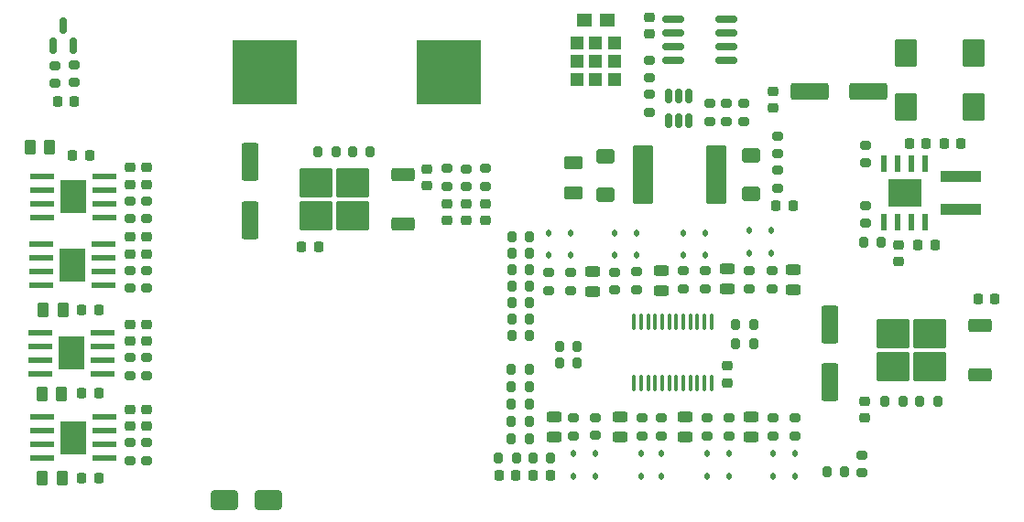
<source format=gbr>
%TF.GenerationSoftware,KiCad,Pcbnew,7.0.2*%
%TF.CreationDate,2023-09-29T20:53:45+02:00*%
%TF.ProjectId,RocciBoard,526f6363-6942-46f6-9172-642e6b696361,rev?*%
%TF.SameCoordinates,Original*%
%TF.FileFunction,Paste,Top*%
%TF.FilePolarity,Positive*%
%FSLAX46Y46*%
G04 Gerber Fmt 4.6, Leading zero omitted, Abs format (unit mm)*
G04 Created by KiCad (PCBNEW 7.0.2) date 2023-09-29 20:53:45*
%MOMM*%
%LPD*%
G01*
G04 APERTURE LIST*
G04 Aperture macros list*
%AMRoundRect*
0 Rectangle with rounded corners*
0 $1 Rounding radius*
0 $2 $3 $4 $5 $6 $7 $8 $9 X,Y pos of 4 corners*
0 Add a 4 corners polygon primitive as box body*
4,1,4,$2,$3,$4,$5,$6,$7,$8,$9,$2,$3,0*
0 Add four circle primitives for the rounded corners*
1,1,$1+$1,$2,$3*
1,1,$1+$1,$4,$5*
1,1,$1+$1,$6,$7*
1,1,$1+$1,$8,$9*
0 Add four rect primitives between the rounded corners*
20,1,$1+$1,$2,$3,$4,$5,0*
20,1,$1+$1,$4,$5,$6,$7,0*
20,1,$1+$1,$6,$7,$8,$9,0*
20,1,$1+$1,$8,$9,$2,$3,0*%
G04 Aperture macros list end*
%ADD10RoundRect,0.250000X1.000000X0.650000X-1.000000X0.650000X-1.000000X-0.650000X1.000000X-0.650000X0*%
%ADD11RoundRect,0.250000X0.850000X0.350000X-0.850000X0.350000X-0.850000X-0.350000X0.850000X-0.350000X0*%
%ADD12RoundRect,0.250000X1.275000X1.125000X-1.275000X1.125000X-1.275000X-1.125000X1.275000X-1.125000X0*%
%ADD13RoundRect,0.225000X-0.250000X0.225000X-0.250000X-0.225000X0.250000X-0.225000X0.250000X0.225000X0*%
%ADD14RoundRect,0.225000X-0.225000X-0.250000X0.225000X-0.250000X0.225000X0.250000X-0.225000X0.250000X0*%
%ADD15RoundRect,0.112500X-0.112500X0.187500X-0.112500X-0.187500X0.112500X-0.187500X0.112500X0.187500X0*%
%ADD16RoundRect,0.200000X0.275000X-0.200000X0.275000X0.200000X-0.275000X0.200000X-0.275000X-0.200000X0*%
%ADD17R,3.700000X1.100000*%
%ADD18RoundRect,0.250000X0.787500X1.025000X-0.787500X1.025000X-0.787500X-1.025000X0.787500X-1.025000X0*%
%ADD19RoundRect,0.100000X-0.100000X0.637500X-0.100000X-0.637500X0.100000X-0.637500X0.100000X0.637500X0*%
%ADD20RoundRect,0.200000X0.200000X0.275000X-0.200000X0.275000X-0.200000X-0.275000X0.200000X-0.275000X0*%
%ADD21RoundRect,0.150000X0.150000X-0.512500X0.150000X0.512500X-0.150000X0.512500X-0.150000X-0.512500X0*%
%ADD22RoundRect,0.112500X0.112500X-0.187500X0.112500X0.187500X-0.112500X0.187500X-0.112500X-0.187500X0*%
%ADD23RoundRect,0.200000X-0.275000X0.200000X-0.275000X-0.200000X0.275000X-0.200000X0.275000X0.200000X0*%
%ADD24RoundRect,0.250000X-0.550000X1.500000X-0.550000X-1.500000X0.550000X-1.500000X0.550000X1.500000X0*%
%ADD25RoundRect,0.218750X0.256250X-0.218750X0.256250X0.218750X-0.256250X0.218750X-0.256250X-0.218750X0*%
%ADD26RoundRect,0.218750X-0.256250X0.218750X-0.256250X-0.218750X0.256250X-0.218750X0.256250X0.218750X0*%
%ADD27RoundRect,0.200000X-0.200000X-0.275000X0.200000X-0.275000X0.200000X0.275000X-0.200000X0.275000X0*%
%ADD28RoundRect,0.250000X0.712500X2.475000X-0.712500X2.475000X-0.712500X-2.475000X0.712500X-2.475000X0*%
%ADD29RoundRect,0.250000X-0.262500X-0.450000X0.262500X-0.450000X0.262500X0.450000X-0.262500X0.450000X0*%
%ADD30RoundRect,0.243750X-0.456250X0.243750X-0.456250X-0.243750X0.456250X-0.243750X0.456250X0.243750X0*%
%ADD31RoundRect,0.218750X-0.218750X-0.256250X0.218750X-0.256250X0.218750X0.256250X-0.218750X0.256250X0*%
%ADD32RoundRect,0.243750X0.456250X-0.243750X0.456250X0.243750X-0.456250X0.243750X-0.456250X-0.243750X0*%
%ADD33RoundRect,0.225000X0.250000X-0.225000X0.250000X0.225000X-0.250000X0.225000X-0.250000X-0.225000X0*%
%ADD34RoundRect,0.250000X-0.600000X0.400000X-0.600000X-0.400000X0.600000X-0.400000X0.600000X0.400000X0*%
%ADD35RoundRect,0.225000X0.225000X0.250000X-0.225000X0.250000X-0.225000X-0.250000X0.225000X-0.250000X0*%
%ADD36R,1.250000X1.200000*%
%ADD37R,1.400000X1.270000*%
%ADD38RoundRect,0.250000X0.600000X-0.400000X0.600000X0.400000X-0.600000X0.400000X-0.600000X-0.400000X0*%
%ADD39R,2.400000X3.100000*%
%ADD40R,2.200000X0.500000*%
%ADD41RoundRect,0.150000X-0.825000X-0.150000X0.825000X-0.150000X0.825000X0.150000X-0.825000X0.150000X0*%
%ADD42RoundRect,0.250000X0.625000X-0.375000X0.625000X0.375000X-0.625000X0.375000X-0.625000X-0.375000X0*%
%ADD43RoundRect,0.250000X0.550000X-1.500000X0.550000X1.500000X-0.550000X1.500000X-0.550000X-1.500000X0*%
%ADD44RoundRect,0.250000X1.500000X0.550000X-1.500000X0.550000X-1.500000X-0.550000X1.500000X-0.550000X0*%
%ADD45RoundRect,0.150000X0.150000X-0.587500X0.150000X0.587500X-0.150000X0.587500X-0.150000X-0.587500X0*%
%ADD46R,6.000000X6.000000*%
%ADD47R,3.100000X2.600000*%
%ADD48R,0.600000X1.550000*%
G04 APERTURE END LIST*
D10*
%TO.C,D3*%
X143573000Y-127889000D03*
X139573000Y-127889000D03*
%TD*%
D11*
%TO.C,U2*%
X209348000Y-116279000D03*
D12*
X204723000Y-115524000D03*
X204723000Y-112474000D03*
X201373000Y-115524000D03*
X201373000Y-112474000D03*
D11*
X209348000Y-111719000D03*
%TD*%
D13*
%TO.C,C7*%
X201834000Y-104295000D03*
X201834000Y-105845000D03*
%TD*%
D14*
%TO.C,C19*%
X168103000Y-125624000D03*
X169653000Y-125624000D03*
%TD*%
D15*
%TO.C,D11*%
X169544500Y-103154500D03*
X169544500Y-105254500D03*
%TD*%
D16*
%TO.C,R59*%
X130850000Y-108281000D03*
X130850000Y-106631000D03*
%TD*%
D17*
%TO.C,L1*%
X207634000Y-100970000D03*
X207634000Y-97970000D03*
%TD*%
D18*
%TO.C,C4*%
X208746500Y-86470000D03*
X202521500Y-86470000D03*
%TD*%
D19*
%TO.C,U5*%
X184549500Y-111371000D03*
X183899500Y-111371000D03*
X183249500Y-111371000D03*
X182599500Y-111371000D03*
X181949500Y-111371000D03*
X181299500Y-111371000D03*
X180649500Y-111371000D03*
X179999500Y-111371000D03*
X179349500Y-111371000D03*
X178699500Y-111371000D03*
X178049500Y-111371000D03*
X177399500Y-111371000D03*
X177399500Y-117096000D03*
X178049500Y-117096000D03*
X178699500Y-117096000D03*
X179349500Y-117096000D03*
X179999500Y-117096000D03*
X180649500Y-117096000D03*
X181299500Y-117096000D03*
X181949500Y-117096000D03*
X182599500Y-117096000D03*
X183249500Y-117096000D03*
X183899500Y-117096000D03*
X184549500Y-117096000D03*
%TD*%
D20*
%TO.C,R34*%
X167749500Y-103548500D03*
X166099500Y-103548500D03*
%TD*%
%TO.C,R3*%
X167749500Y-112692500D03*
X166099500Y-112692500D03*
%TD*%
D13*
%TO.C,C10*%
X198728000Y-118749000D03*
X198728000Y-120299000D03*
%TD*%
D21*
%TO.C,U4*%
X180558000Y-92760000D03*
X181508000Y-92760000D03*
X182458000Y-92760000D03*
X182458000Y-90485000D03*
X181508000Y-90485000D03*
X180558000Y-90485000D03*
%TD*%
D22*
%TO.C,D25*%
X184164000Y-125716000D03*
X184164000Y-123616000D03*
%TD*%
D23*
%TO.C,R62*%
X192292000Y-120319000D03*
X192292000Y-121969000D03*
%TD*%
D20*
%TO.C,R50*%
X167703000Y-122224000D03*
X166053000Y-122224000D03*
%TD*%
D16*
%TO.C,R22*%
X177672500Y-108410000D03*
X177672500Y-106760000D03*
%TD*%
D24*
%TO.C,C14*%
X141884400Y-96614000D03*
X141884400Y-102014000D03*
%TD*%
D25*
%TO.C,D18*%
X132374000Y-113211500D03*
X132374000Y-111636500D03*
%TD*%
D16*
%TO.C,R7*%
X198834000Y-102295000D03*
X198834000Y-100645000D03*
%TD*%
D26*
%TO.C,D23*%
X130850000Y-97100000D03*
X130850000Y-98675000D03*
%TD*%
%TO.C,D6*%
X160078000Y-100436500D03*
X160078000Y-102011500D03*
%TD*%
D27*
%TO.C,R5*%
X198609000Y-104070000D03*
X200259000Y-104070000D03*
%TD*%
D23*
%TO.C,R6*%
X198834000Y-95045000D03*
X198834000Y-96695000D03*
%TD*%
D14*
%TO.C,C3*%
X203659000Y-104270000D03*
X205209000Y-104270000D03*
%TD*%
D28*
%TO.C,F9*%
X185003000Y-97774000D03*
X178228000Y-97774000D03*
%TD*%
D29*
%TO.C,R45*%
X122659000Y-118086500D03*
X124484000Y-118086500D03*
%TD*%
D16*
%TO.C,R11*%
X181990500Y-108317500D03*
X181990500Y-106667500D03*
%TD*%
D22*
%TO.C,D30*%
X192292000Y-125716000D03*
X192292000Y-123616000D03*
%TD*%
D15*
%TO.C,D9*%
X175640500Y-103154500D03*
X175640500Y-105254500D03*
%TD*%
D14*
%TO.C,C20*%
X164903000Y-125624000D03*
X166453000Y-125624000D03*
%TD*%
D30*
%TO.C,F7*%
X176148500Y-120206500D03*
X176148500Y-122081500D03*
%TD*%
D31*
%TO.C,D17*%
X124090500Y-91024000D03*
X125665500Y-91024000D03*
%TD*%
D26*
%TO.C,D19*%
X130850000Y-111636500D03*
X130850000Y-113211500D03*
%TD*%
D23*
%TO.C,R29*%
X198478000Y-123719000D03*
X198478000Y-125369000D03*
%TD*%
D29*
%TO.C,R37*%
X122715500Y-125904000D03*
X124540500Y-125904000D03*
%TD*%
D25*
%TO.C,D28*%
X132374000Y-105107000D03*
X132374000Y-103532000D03*
%TD*%
D29*
%TO.C,R60*%
X122777000Y-110269500D03*
X124602000Y-110269500D03*
%TD*%
D26*
%TO.C,D14*%
X130810000Y-119500000D03*
X130810000Y-121075000D03*
%TD*%
D20*
%TO.C,R27*%
X167749500Y-106596500D03*
X166099500Y-106596500D03*
%TD*%
%TO.C,R33*%
X167749500Y-105072500D03*
X166099500Y-105072500D03*
%TD*%
D15*
%TO.C,D10*%
X177672500Y-103154500D03*
X177672500Y-105254500D03*
%TD*%
D26*
%TO.C,D7*%
X161878000Y-100436500D03*
X161878000Y-102011500D03*
%TD*%
D15*
%TO.C,D1*%
X188086500Y-102954500D03*
X188086500Y-105054500D03*
%TD*%
D16*
%TO.C,R35*%
X132334000Y-124249000D03*
X132334000Y-122599000D03*
%TD*%
D13*
%TO.C,C22*%
X190278000Y-90049000D03*
X190278000Y-91599000D03*
%TD*%
D16*
%TO.C,R2*%
X188086500Y-108317500D03*
X188086500Y-106667500D03*
%TD*%
D23*
%TO.C,R46*%
X178180500Y-120319000D03*
X178180500Y-121969000D03*
%TD*%
D16*
%TO.C,R65*%
X178780000Y-92002500D03*
X178780000Y-90352500D03*
%TD*%
D20*
%TO.C,R57*%
X167703000Y-119024000D03*
X166053000Y-119024000D03*
%TD*%
D26*
%TO.C,D8*%
X163678000Y-100436500D03*
X163678000Y-102011500D03*
%TD*%
D23*
%TO.C,R13*%
X187568000Y-91199000D03*
X187568000Y-92849000D03*
%TD*%
D32*
%TO.C,F5*%
X173608500Y-108630000D03*
X173608500Y-106755000D03*
%TD*%
D23*
%TO.C,R67*%
X190678000Y-94174000D03*
X190678000Y-95824000D03*
%TD*%
D20*
%TO.C,R24*%
X205477500Y-118744000D03*
X203827500Y-118744000D03*
%TD*%
D16*
%TO.C,R51*%
X132374000Y-101849000D03*
X132374000Y-100199000D03*
%TD*%
D29*
%TO.C,R53*%
X121555500Y-95264000D03*
X123380500Y-95264000D03*
%TD*%
D25*
%TO.C,D22*%
X132374000Y-98675000D03*
X132374000Y-97100000D03*
%TD*%
D16*
%TO.C,R58*%
X132374000Y-108281000D03*
X132374000Y-106631000D03*
%TD*%
D33*
%TO.C,C6*%
X186054500Y-117053500D03*
X186054500Y-115503500D03*
%TD*%
D34*
%TO.C,D26*%
X174752000Y-96092000D03*
X174752000Y-99592000D03*
%TD*%
D16*
%TO.C,R43*%
X132374000Y-116385500D03*
X132374000Y-114735500D03*
%TD*%
D23*
%TO.C,R26*%
X184368000Y-91199000D03*
X184368000Y-92849000D03*
%TD*%
D35*
%TO.C,C15*%
X127915000Y-125904000D03*
X126365000Y-125904000D03*
%TD*%
D30*
%TO.C,F8*%
X182132000Y-120206500D03*
X182132000Y-122081500D03*
%TD*%
D20*
%TO.C,R32*%
X196877500Y-125275000D03*
X195227500Y-125275000D03*
%TD*%
%TO.C,R56*%
X167703000Y-117424000D03*
X166053000Y-117424000D03*
%TD*%
D15*
%TO.C,D4*%
X181944500Y-103154500D03*
X181944500Y-105254500D03*
%TD*%
D22*
%TO.C,D31*%
X190260000Y-125716000D03*
X190260000Y-123616000D03*
%TD*%
D16*
%TO.C,R36*%
X130810000Y-124249000D03*
X130810000Y-122599000D03*
%TD*%
%TO.C,R42*%
X125665500Y-89246000D03*
X125665500Y-87596000D03*
%TD*%
D36*
%TO.C,D32*%
X172163000Y-85583000D03*
X172163000Y-87273000D03*
X172163000Y-88933000D03*
X173863000Y-85583000D03*
X173863000Y-87273000D03*
X173863000Y-88933000D03*
X175563000Y-85583000D03*
X175563000Y-87273000D03*
X175563000Y-88933000D03*
D37*
X172823000Y-83468000D03*
X174903000Y-83468000D03*
%TD*%
D23*
%TO.C,R66*%
X190678000Y-97374000D03*
X190678000Y-99024000D03*
%TD*%
D35*
%TO.C,C21*%
X207609000Y-94870000D03*
X206059000Y-94870000D03*
%TD*%
D32*
%TO.C,F1*%
X192150500Y-108430000D03*
X192150500Y-106555000D03*
%TD*%
D38*
%TO.C,D27*%
X188228000Y-99524000D03*
X188228000Y-96024000D03*
%TD*%
D20*
%TO.C,R9*%
X188466500Y-111693500D03*
X186816500Y-111693500D03*
%TD*%
D35*
%TO.C,C17*%
X127053000Y-96026000D03*
X125503000Y-96026000D03*
%TD*%
D11*
%TO.C,U3*%
X156008000Y-102304000D03*
D12*
X151383000Y-101549000D03*
X151383000Y-98499000D03*
X148033000Y-101549000D03*
X148033000Y-98499000D03*
D11*
X156008000Y-97744000D03*
%TD*%
D16*
%TO.C,R16*%
X160078000Y-98849000D03*
X160078000Y-97199000D03*
%TD*%
D15*
%TO.C,D12*%
X171576500Y-103154500D03*
X171576500Y-105254500D03*
%TD*%
D39*
%TO.C,U9*%
X125456000Y-106121500D03*
D40*
X122581000Y-104216500D03*
X122581000Y-105486500D03*
X122581000Y-106756500D03*
X122581000Y-108026500D03*
X128331000Y-108026500D03*
X128331000Y-106756500D03*
X128331000Y-105486500D03*
X128331000Y-104216500D03*
%TD*%
D39*
%TO.C,U7*%
X125404000Y-114306500D03*
D40*
X122529000Y-112401500D03*
X122529000Y-113671500D03*
X122529000Y-114941500D03*
X122529000Y-116211500D03*
X128279000Y-116211500D03*
X128279000Y-114941500D03*
X128279000Y-113671500D03*
X128279000Y-112401500D03*
%TD*%
D23*
%TO.C,R54*%
X184164000Y-120319000D03*
X184164000Y-121969000D03*
%TD*%
D14*
%TO.C,C9*%
X209228000Y-109274000D03*
X210778000Y-109274000D03*
%TD*%
D22*
%TO.C,D15*%
X173830500Y-125716000D03*
X173830500Y-123616000D03*
%TD*%
D16*
%TO.C,R30*%
X171544500Y-108517500D03*
X171544500Y-106867500D03*
%TD*%
D14*
%TO.C,C13*%
X146663000Y-104424000D03*
X148213000Y-104424000D03*
%TD*%
D41*
%TO.C,Q1*%
X181003000Y-83369000D03*
X181003000Y-84639000D03*
X181003000Y-85909000D03*
X181003000Y-87179000D03*
X185953000Y-87179000D03*
X185953000Y-85909000D03*
X185953000Y-84639000D03*
X185953000Y-83369000D03*
%TD*%
D20*
%TO.C,R49*%
X167703000Y-120624000D03*
X166053000Y-120624000D03*
%TD*%
%TO.C,R12*%
X167749500Y-109644500D03*
X166099500Y-109644500D03*
%TD*%
D42*
%TO.C,F11*%
X171831000Y-99496000D03*
X171831000Y-96696000D03*
%TD*%
D23*
%TO.C,R47*%
X179958500Y-120319000D03*
X179958500Y-121969000D03*
%TD*%
D22*
%TO.C,D20*%
X179958500Y-125716000D03*
X179958500Y-123616000D03*
%TD*%
D18*
%TO.C,C5*%
X208746500Y-91470000D03*
X202521500Y-91470000D03*
%TD*%
D22*
%TO.C,D24*%
X186196000Y-125716000D03*
X186196000Y-123616000D03*
%TD*%
D23*
%TO.C,R14*%
X178780000Y-87152500D03*
X178780000Y-88802500D03*
%TD*%
D22*
%TO.C,D16*%
X171830500Y-125716000D03*
X171830500Y-123616000D03*
%TD*%
D23*
%TO.C,R61*%
X190252500Y-120319000D03*
X190252500Y-121969000D03*
%TD*%
D16*
%TO.C,R18*%
X163678000Y-98849000D03*
X163678000Y-97199000D03*
%TD*%
D39*
%TO.C,U8*%
X125579000Y-99804500D03*
D40*
X122704000Y-97899500D03*
X122704000Y-99169500D03*
X122704000Y-100439500D03*
X122704000Y-101709500D03*
X128454000Y-101709500D03*
X128454000Y-100439500D03*
X128454000Y-99169500D03*
X128454000Y-97899500D03*
%TD*%
D22*
%TO.C,D21*%
X178034000Y-125716000D03*
X178034000Y-123616000D03*
%TD*%
D43*
%TO.C,C11*%
X195478000Y-117024000D03*
X195478000Y-111624000D03*
%TD*%
D14*
%TO.C,C2*%
X202859000Y-94870000D03*
X204409000Y-94870000D03*
%TD*%
D23*
%TO.C,R39*%
X173862500Y-120285000D03*
X173862500Y-121935000D03*
%TD*%
D20*
%TO.C,R63*%
X172130500Y-115232500D03*
X170480500Y-115232500D03*
%TD*%
%TO.C,R4*%
X172130500Y-113708500D03*
X170480500Y-113708500D03*
%TD*%
D15*
%TO.C,D2*%
X190118500Y-102954500D03*
X190118500Y-105054500D03*
%TD*%
D16*
%TO.C,R19*%
X185968000Y-92849000D03*
X185968000Y-91199000D03*
%TD*%
D25*
%TO.C,D13*%
X132334000Y-121075000D03*
X132334000Y-119500000D03*
%TD*%
D20*
%TO.C,R40*%
X166503000Y-124024000D03*
X164853000Y-124024000D03*
%TD*%
D44*
%TO.C,C1*%
X199034000Y-90070000D03*
X193634000Y-90070000D03*
%TD*%
D45*
%TO.C,Q2*%
X123699500Y-85865500D03*
X125599500Y-85865500D03*
X124649500Y-83990500D03*
%TD*%
D20*
%TO.C,R21*%
X149834000Y-95641000D03*
X148184000Y-95641000D03*
%TD*%
D16*
%TO.C,R10*%
X184022500Y-108317500D03*
X184022500Y-106667500D03*
%TD*%
D20*
%TO.C,R25*%
X153034000Y-95641000D03*
X151384000Y-95641000D03*
%TD*%
D15*
%TO.C,D5*%
X183944500Y-103154500D03*
X183944500Y-105254500D03*
%TD*%
D20*
%TO.C,R64*%
X167703000Y-115824000D03*
X166053000Y-115824000D03*
%TD*%
D16*
%TO.C,R17*%
X161878000Y-98889000D03*
X161878000Y-97239000D03*
%TD*%
%TO.C,R23*%
X175640500Y-108439000D03*
X175640500Y-106789000D03*
%TD*%
D30*
%TO.C,F10*%
X188252500Y-120206500D03*
X188252500Y-122081500D03*
%TD*%
D16*
%TO.C,R31*%
X169544500Y-108517500D03*
X169544500Y-106867500D03*
%TD*%
%TO.C,R1*%
X190144500Y-108317500D03*
X190144500Y-106667500D03*
%TD*%
D20*
%TO.C,R8*%
X188466500Y-113471500D03*
X186816500Y-113471500D03*
%TD*%
D46*
%TO.C,F2*%
X143274000Y-88270000D03*
X160274000Y-88270000D03*
%TD*%
D23*
%TO.C,R55*%
X186196000Y-120319000D03*
X186196000Y-121969000D03*
%TD*%
D16*
%TO.C,R44*%
X130850000Y-116385500D03*
X130850000Y-114735500D03*
%TD*%
D23*
%TO.C,R38*%
X171830500Y-120319000D03*
X171830500Y-121969000D03*
%TD*%
D13*
%TO.C,C12*%
X158278000Y-97249000D03*
X158278000Y-98799000D03*
%TD*%
D47*
%TO.C,U1*%
X202434000Y-99470000D03*
D48*
X204339000Y-96770000D03*
X203069000Y-96770000D03*
X201799000Y-96770000D03*
X200529000Y-96770000D03*
X200529000Y-102170000D03*
X201799000Y-102170000D03*
X203069000Y-102170000D03*
X204339000Y-102170000D03*
%TD*%
D20*
%TO.C,R28*%
X167749500Y-108120500D03*
X166099500Y-108120500D03*
%TD*%
%TO.C,R15*%
X167749500Y-111168500D03*
X166099500Y-111168500D03*
%TD*%
D16*
%TO.C,R52*%
X130850000Y-101849000D03*
X130850000Y-100199000D03*
%TD*%
D32*
%TO.C,F4*%
X179944500Y-108551500D03*
X179944500Y-106676500D03*
%TD*%
D26*
%TO.C,D29*%
X130850000Y-103532000D03*
X130850000Y-105107000D03*
%TD*%
D35*
%TO.C,C16*%
X127902000Y-110288000D03*
X126352000Y-110288000D03*
%TD*%
%TO.C,C18*%
X127915000Y-118035000D03*
X126365000Y-118035000D03*
%TD*%
D20*
%TO.C,R20*%
X202244000Y-118744000D03*
X200594000Y-118744000D03*
%TD*%
D14*
%TO.C,C23*%
X190528000Y-100624000D03*
X192078000Y-100624000D03*
%TD*%
D30*
%TO.C,F6*%
X170052500Y-120206500D03*
X170052500Y-122081500D03*
%TD*%
D32*
%TO.C,F3*%
X186054500Y-108376000D03*
X186054500Y-106501000D03*
%TD*%
D39*
%TO.C,U6*%
X125548000Y-122124000D03*
D40*
X122673000Y-120219000D03*
X122673000Y-121489000D03*
X122673000Y-122759000D03*
X122673000Y-124029000D03*
X128423000Y-124029000D03*
X128423000Y-122759000D03*
X128423000Y-121489000D03*
X128423000Y-120219000D03*
%TD*%
D20*
%TO.C,R41*%
X169703000Y-124024000D03*
X168053000Y-124024000D03*
%TD*%
D23*
%TO.C,R48*%
X123887500Y-87659000D03*
X123887500Y-89309000D03*
%TD*%
D33*
%TO.C,C8*%
X178780000Y-84752500D03*
X178780000Y-83202500D03*
%TD*%
M02*

</source>
